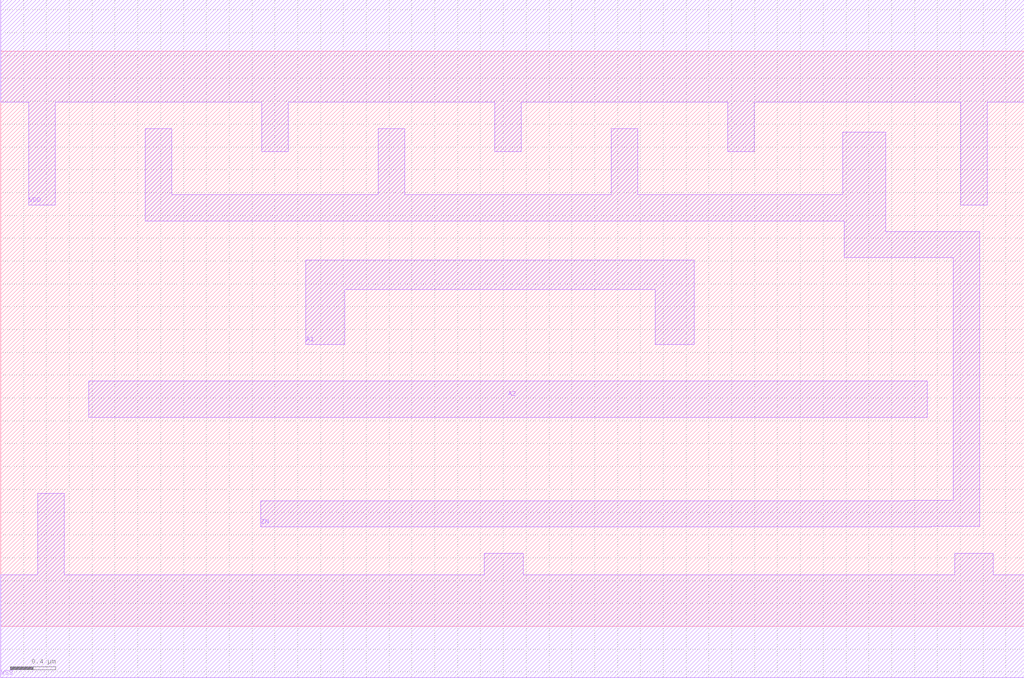
<source format=lef>
# Copyright 2022 GlobalFoundries PDK Authors
#
# Licensed under the Apache License, Version 2.0 (the "License");
# you may not use this file except in compliance with the License.
# You may obtain a copy of the License at
#
#      http://www.apache.org/licenses/LICENSE-2.0
#
# Unless required by applicable law or agreed to in writing, software
# distributed under the License is distributed on an "AS IS" BASIS,
# WITHOUT WARRANTIES OR CONDITIONS OF ANY KIND, either express or implied.
# See the License for the specific language governing permissions and
# limitations under the License.

MACRO gf180mcu_fd_sc_mcu9t5v0__nand2_4
  CLASS core ;
  FOREIGN gf180mcu_fd_sc_mcu9t5v0__nand2_4 0.0 0.0 ;
  ORIGIN 0 0 ;
  SYMMETRY X Y ;
  SITE GF018hv5v_green_sc9 ;
  SIZE 8.96 BY 5.04 ;
  PIN A1
    DIRECTION INPUT ;
    ANTENNAGATEAREA 6.458 ;
    PORT
      LAYER METAL1 ;
        POLYGON 2.67 2.47 3.01 2.47 3.01 2.95 5.73 2.95 5.73 2.47 6.07 2.47 6.07 3.21 2.67 3.21  ;
    END
  END A1
  PIN A2
    DIRECTION INPUT ;
    ANTENNAGATEAREA 6.458 ;
    PORT
      LAYER METAL1 ;
        POLYGON 0.77 1.83 8.11 1.83 8.11 2.15 0.77 2.15  ;
    END
  END A2
  PIN ZN
    DIRECTION OUTPUT ;
    ANTENNADIFFAREA 4.8538 ;
    PORT
      LAYER METAL1 ;
        POLYGON 1.265 3.55 7.385 3.55 7.385 3.23 8.34 3.23 8.34 1.105 7.94 1.105 7.94 1.1 2.275 1.1 2.275 0.87 8.145 0.87 8.145 0.875 8.57 0.875 8.57 3.46 7.75 3.46 7.75 4.33 7.37 4.33 7.37 3.78 5.575 3.78 5.575 4.36 5.345 4.36 5.345 3.78 3.535 3.78 3.535 4.36 3.305 4.36 3.305 3.78 1.495 3.78 1.495 4.36 1.265 4.36  ;
    END
  END ZN
  PIN VDD
    DIRECTION INOUT ;
    USE power ;
    SHAPE ABUTMENT ;
    PORT
      LAYER METAL1 ;
        POLYGON 0 4.59 0.245 4.59 0.245 3.69 0.475 3.69 0.475 4.59 2.285 4.59 2.285 4.16 2.515 4.16 2.515 4.59 4.325 4.59 4.325 4.16 4.555 4.16 4.555 4.59 6.365 4.59 6.365 4.16 6.595 4.16 6.595 4.59 8.405 4.59 8.405 3.69 8.635 3.69 8.635 4.59 8.96 4.59 8.96 5.49 0 5.49  ;
    END
  END VDD
  PIN VSS
    DIRECTION INOUT ;
    USE ground ;
    SHAPE ABUTMENT ;
    PORT
      LAYER METAL1 ;
        POLYGON 0 -0.45 8.96 -0.45 8.96 0.45 8.69 0.45 8.69 0.64 8.35 0.64 8.35 0.45 4.575 0.45 4.575 0.64 4.235 0.64 4.235 0.45 0.555 0.45 0.555 1.165 0.325 1.165 0.325 0.45 0 0.45  ;
    END
  END VSS
END gf180mcu_fd_sc_mcu9t5v0__nand2_4

</source>
